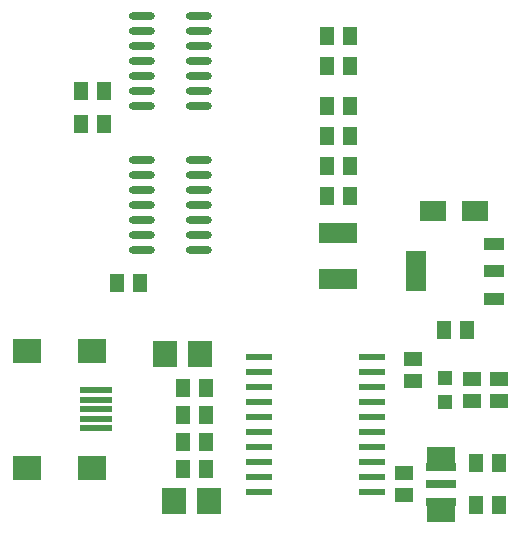
<source format=gtp>
G04 Layer_Color=8421504*
%FSLAX23Y23*%
%MOIN*%
G70*
G01*
G75*
%ADD10R,0.051X0.059*%
%ADD11R,0.094X0.083*%
%ADD12R,0.102X0.031*%
%ADD13R,0.110X0.020*%
%ADD14R,0.098X0.079*%
%ADD15R,0.047X0.047*%
%ADD16R,0.059X0.051*%
%ADD17R,0.079X0.087*%
%ADD18O,0.087X0.024*%
%ADD19R,0.087X0.024*%
%ADD20R,0.087X0.024*%
%ADD24R,0.085X0.071*%
%ADD49R,0.065X0.134*%
%ADD50R,0.065X0.039*%
%ADD51R,0.065X0.039*%
%ADD52R,0.130X0.071*%
D10*
X1610Y310D02*
D03*
X1685D02*
D03*
X1610Y170D02*
D03*
X1685D02*
D03*
X707Y560D02*
D03*
X633D02*
D03*
X707Y470D02*
D03*
X633D02*
D03*
X707Y380D02*
D03*
X633D02*
D03*
Y290D02*
D03*
X707D02*
D03*
X1113Y1500D02*
D03*
X1187D02*
D03*
X1113Y1635D02*
D03*
X1187D02*
D03*
Y1400D02*
D03*
X1113D02*
D03*
X1113Y1735D02*
D03*
X1187D02*
D03*
X293Y1550D02*
D03*
X367D02*
D03*
X1503Y755D02*
D03*
X1577D02*
D03*
X1187Y1200D02*
D03*
X1113D02*
D03*
Y1300D02*
D03*
X1187D02*
D03*
X293Y1440D02*
D03*
X367D02*
D03*
X487Y910D02*
D03*
X413D02*
D03*
D11*
X1493Y325D02*
D03*
Y155D02*
D03*
D12*
Y299D02*
D03*
Y240D02*
D03*
Y181D02*
D03*
D13*
X342Y490D02*
D03*
Y521D02*
D03*
Y427D02*
D03*
Y459D02*
D03*
Y553D02*
D03*
D14*
X328Y684D02*
D03*
X112D02*
D03*
Y296D02*
D03*
X328D02*
D03*
D15*
X1505Y596D02*
D03*
Y514D02*
D03*
D16*
X1400Y657D02*
D03*
Y583D02*
D03*
X1370Y203D02*
D03*
Y277D02*
D03*
X1595Y518D02*
D03*
Y592D02*
D03*
X1685Y518D02*
D03*
Y592D02*
D03*
D17*
X601Y185D02*
D03*
X719D02*
D03*
X689Y675D02*
D03*
X571D02*
D03*
D18*
X684Y1020D02*
D03*
Y1070D02*
D03*
Y1120D02*
D03*
Y1170D02*
D03*
Y1220D02*
D03*
Y1270D02*
D03*
Y1320D02*
D03*
X496Y1020D02*
D03*
Y1070D02*
D03*
Y1120D02*
D03*
Y1170D02*
D03*
Y1220D02*
D03*
Y1270D02*
D03*
Y1320D02*
D03*
Y1800D02*
D03*
Y1750D02*
D03*
Y1700D02*
D03*
Y1650D02*
D03*
Y1600D02*
D03*
Y1550D02*
D03*
Y1500D02*
D03*
X684Y1800D02*
D03*
Y1750D02*
D03*
Y1700D02*
D03*
Y1650D02*
D03*
Y1600D02*
D03*
Y1550D02*
D03*
Y1500D02*
D03*
D19*
X884Y266D02*
D03*
Y216D02*
D03*
Y316D02*
D03*
Y466D02*
D03*
Y516D02*
D03*
Y566D02*
D03*
Y616D02*
D03*
Y366D02*
D03*
Y416D02*
D03*
D20*
X1262Y216D02*
D03*
Y266D02*
D03*
Y316D02*
D03*
Y366D02*
D03*
Y416D02*
D03*
Y466D02*
D03*
Y516D02*
D03*
Y566D02*
D03*
Y616D02*
D03*
Y666D02*
D03*
X884D02*
D03*
D24*
X1466Y1150D02*
D03*
X1604D02*
D03*
D49*
X1410Y950D02*
D03*
D50*
X1670D02*
D03*
Y1041D02*
D03*
D51*
X1670Y859D02*
D03*
D52*
X1150Y1077D02*
D03*
Y923D02*
D03*
M02*

</source>
